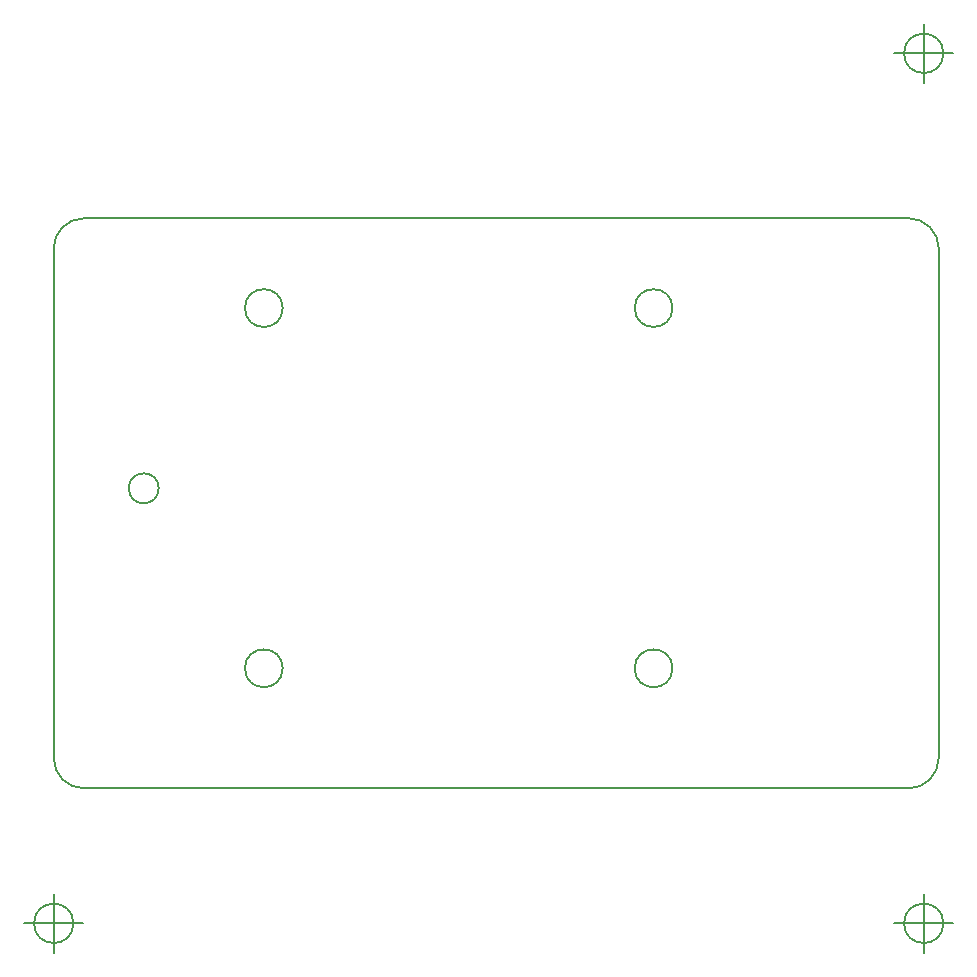
<source format=gbr>
G04 #@! TF.FileFunction,Profile,NP*
%FSLAX46Y46*%
G04 Gerber Fmt 4.6, Leading zero omitted, Abs format (unit mm)*
G04 Created by KiCad (PCBNEW 4.0.2+dfsg1-stable) date mar. 31 janv. 2017 17:52:21 CET*
%MOMM*%
G01*
G04 APERTURE LIST*
%ADD10C,0.050000*%
%ADD11C,0.150000*%
G04 APERTURE END LIST*
D10*
D11*
X38100000Y-25400000D02*
X-31750000Y-25400000D01*
X40640000Y20320000D02*
X40640000Y-22860000D01*
X-31750000Y22860000D02*
X38100000Y22860000D01*
X-34290000Y-22860000D02*
X-34290000Y20320000D01*
X38100000Y-25400000D02*
G75*
G03X40640000Y-22860000I0J2540000D01*
G01*
X40640000Y20320000D02*
G75*
G03X38100000Y22860000I-2540000J0D01*
G01*
X-31750000Y22860000D02*
G75*
G03X-34290000Y20320000I0J-2540000D01*
G01*
X-34290000Y-22860000D02*
G75*
G03X-31750000Y-25400000I2540000J0D01*
G01*
X-32623334Y-36830000D02*
G75*
G03X-32623334Y-36830000I-1666666J0D01*
G01*
X-36790000Y-36830000D02*
X-31790000Y-36830000D01*
X-34290000Y-34330000D02*
X-34290000Y-39330000D01*
X41036666Y-36830000D02*
G75*
G03X41036666Y-36830000I-1666666J0D01*
G01*
X36870000Y-36830000D02*
X41870000Y-36830000D01*
X39370000Y-34330000D02*
X39370000Y-39330000D01*
X41036666Y36830000D02*
G75*
G03X41036666Y36830000I-1666666J0D01*
G01*
X36870000Y36830000D02*
X41870000Y36830000D01*
X39370000Y39330000D02*
X39370000Y34330000D01*
X-25400000Y0D02*
G75*
G03X-25400000Y0I-1270000J0D01*
G01*
X-14900000Y15260000D02*
G75*
G03X-14900000Y15260000I-1600000J0D01*
G01*
X-14900000Y-15240000D02*
G75*
G03X-14900000Y-15240000I-1600000J0D01*
G01*
X18100000Y15260000D02*
G75*
G03X18100000Y15260000I-1600000J0D01*
G01*
X18100000Y-15240000D02*
G75*
G03X18100000Y-15240000I-1600000J0D01*
G01*
M02*

</source>
